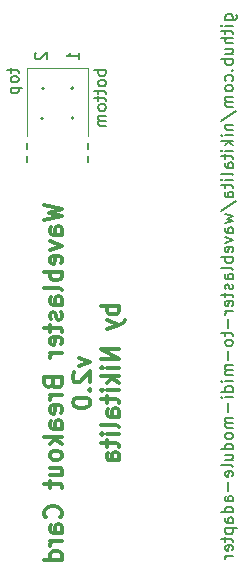
<source format=gbr>
%TF.GenerationSoftware,KiCad,Pcbnew,(6.0.0)*%
%TF.CreationDate,2022-10-07T21:40:30-07:00*%
%TF.ProjectId,waveblaster-to-midi-module,77617665-626c-4617-9374-65722d746f2d,rev?*%
%TF.SameCoordinates,PX525bfc0PY8670810*%
%TF.FileFunction,Legend,Bot*%
%TF.FilePolarity,Positive*%
%FSLAX46Y46*%
G04 Gerber Fmt 4.6, Leading zero omitted, Abs format (unit mm)*
G04 Created by KiCad (PCBNEW (6.0.0)) date 2022-10-07 21:40:30*
%MOMM*%
%LPD*%
G01*
G04 APERTURE LIST*
%ADD10C,0.150000*%
%ADD11C,0.100000*%
%ADD12C,0.300000*%
G04 APERTURE END LIST*
D10*
X159800000Y-80090000D02*
G75*
G03*
X159800000Y-80090000I-90000J0D01*
G01*
X162330000Y-77520000D02*
G75*
G03*
X162330000Y-77520000I-90000J0D01*
G01*
X163540000Y-83240000D02*
X163540000Y-83740000D01*
X159840000Y-77540000D02*
G75*
G03*
X159840000Y-77540000I-90000J0D01*
G01*
X162350000Y-80060000D02*
G75*
G03*
X162350000Y-80060000I-90000J0D01*
G01*
D11*
X158440000Y-75780000D02*
X158440000Y-81590000D01*
X163540000Y-81590000D02*
X163540000Y-75780000D01*
D10*
X158430000Y-82190000D02*
X158430000Y-82690000D01*
X163540000Y-82140000D02*
X163540000Y-82640000D01*
X158430000Y-83290000D02*
X158430000Y-83790000D01*
D11*
X163540000Y-75780000D02*
X158440000Y-75780000D01*
D12*
X159863571Y-87428571D02*
X161363571Y-87785714D01*
X160292142Y-88071428D01*
X161363571Y-88357142D01*
X159863571Y-88714285D01*
X161363571Y-89928571D02*
X160577857Y-89928571D01*
X160435000Y-89857142D01*
X160363571Y-89714285D01*
X160363571Y-89428571D01*
X160435000Y-89285714D01*
X161292142Y-89928571D02*
X161363571Y-89785714D01*
X161363571Y-89428571D01*
X161292142Y-89285714D01*
X161149285Y-89214285D01*
X161006428Y-89214285D01*
X160863571Y-89285714D01*
X160792142Y-89428571D01*
X160792142Y-89785714D01*
X160720714Y-89928571D01*
X160363571Y-90500000D02*
X161363571Y-90857142D01*
X160363571Y-91214285D01*
X161292142Y-92357142D02*
X161363571Y-92214285D01*
X161363571Y-91928571D01*
X161292142Y-91785714D01*
X161149285Y-91714285D01*
X160577857Y-91714285D01*
X160435000Y-91785714D01*
X160363571Y-91928571D01*
X160363571Y-92214285D01*
X160435000Y-92357142D01*
X160577857Y-92428571D01*
X160720714Y-92428571D01*
X160863571Y-91714285D01*
X161363571Y-93071428D02*
X159863571Y-93071428D01*
X160435000Y-93071428D02*
X160363571Y-93214285D01*
X160363571Y-93500000D01*
X160435000Y-93642857D01*
X160506428Y-93714285D01*
X160649285Y-93785714D01*
X161077857Y-93785714D01*
X161220714Y-93714285D01*
X161292142Y-93642857D01*
X161363571Y-93500000D01*
X161363571Y-93214285D01*
X161292142Y-93071428D01*
X161363571Y-94642857D02*
X161292142Y-94500000D01*
X161149285Y-94428571D01*
X159863571Y-94428571D01*
X161363571Y-95857142D02*
X160577857Y-95857142D01*
X160435000Y-95785714D01*
X160363571Y-95642857D01*
X160363571Y-95357142D01*
X160435000Y-95214285D01*
X161292142Y-95857142D02*
X161363571Y-95714285D01*
X161363571Y-95357142D01*
X161292142Y-95214285D01*
X161149285Y-95142857D01*
X161006428Y-95142857D01*
X160863571Y-95214285D01*
X160792142Y-95357142D01*
X160792142Y-95714285D01*
X160720714Y-95857142D01*
X161292142Y-96500000D02*
X161363571Y-96642857D01*
X161363571Y-96928571D01*
X161292142Y-97071428D01*
X161149285Y-97142857D01*
X161077857Y-97142857D01*
X160935000Y-97071428D01*
X160863571Y-96928571D01*
X160863571Y-96714285D01*
X160792142Y-96571428D01*
X160649285Y-96500000D01*
X160577857Y-96500000D01*
X160435000Y-96571428D01*
X160363571Y-96714285D01*
X160363571Y-96928571D01*
X160435000Y-97071428D01*
X160363571Y-97571428D02*
X160363571Y-98142857D01*
X159863571Y-97785714D02*
X161149285Y-97785714D01*
X161292142Y-97857142D01*
X161363571Y-98000000D01*
X161363571Y-98142857D01*
X161292142Y-99214285D02*
X161363571Y-99071428D01*
X161363571Y-98785714D01*
X161292142Y-98642857D01*
X161149285Y-98571428D01*
X160577857Y-98571428D01*
X160435000Y-98642857D01*
X160363571Y-98785714D01*
X160363571Y-99071428D01*
X160435000Y-99214285D01*
X160577857Y-99285714D01*
X160720714Y-99285714D01*
X160863571Y-98571428D01*
X161363571Y-99928571D02*
X160363571Y-99928571D01*
X160649285Y-99928571D02*
X160506428Y-100000000D01*
X160435000Y-100071428D01*
X160363571Y-100214285D01*
X160363571Y-100357142D01*
X160577857Y-102500000D02*
X160649285Y-102714285D01*
X160720714Y-102785714D01*
X160863571Y-102857142D01*
X161077857Y-102857142D01*
X161220714Y-102785714D01*
X161292142Y-102714285D01*
X161363571Y-102571428D01*
X161363571Y-102000000D01*
X159863571Y-102000000D01*
X159863571Y-102500000D01*
X159935000Y-102642857D01*
X160006428Y-102714285D01*
X160149285Y-102785714D01*
X160292142Y-102785714D01*
X160435000Y-102714285D01*
X160506428Y-102642857D01*
X160577857Y-102500000D01*
X160577857Y-102000000D01*
X161363571Y-103500000D02*
X160363571Y-103500000D01*
X160649285Y-103500000D02*
X160506428Y-103571428D01*
X160435000Y-103642857D01*
X160363571Y-103785714D01*
X160363571Y-103928571D01*
X161292142Y-105000000D02*
X161363571Y-104857142D01*
X161363571Y-104571428D01*
X161292142Y-104428571D01*
X161149285Y-104357142D01*
X160577857Y-104357142D01*
X160435000Y-104428571D01*
X160363571Y-104571428D01*
X160363571Y-104857142D01*
X160435000Y-105000000D01*
X160577857Y-105071428D01*
X160720714Y-105071428D01*
X160863571Y-104357142D01*
X161363571Y-106357142D02*
X160577857Y-106357142D01*
X160435000Y-106285714D01*
X160363571Y-106142857D01*
X160363571Y-105857142D01*
X160435000Y-105714285D01*
X161292142Y-106357142D02*
X161363571Y-106214285D01*
X161363571Y-105857142D01*
X161292142Y-105714285D01*
X161149285Y-105642857D01*
X161006428Y-105642857D01*
X160863571Y-105714285D01*
X160792142Y-105857142D01*
X160792142Y-106214285D01*
X160720714Y-106357142D01*
X161363571Y-107071428D02*
X159863571Y-107071428D01*
X160792142Y-107214285D02*
X161363571Y-107642857D01*
X160363571Y-107642857D02*
X160935000Y-107071428D01*
X161363571Y-108500000D02*
X161292142Y-108357142D01*
X161220714Y-108285714D01*
X161077857Y-108214285D01*
X160649285Y-108214285D01*
X160506428Y-108285714D01*
X160435000Y-108357142D01*
X160363571Y-108500000D01*
X160363571Y-108714285D01*
X160435000Y-108857142D01*
X160506428Y-108928571D01*
X160649285Y-109000000D01*
X161077857Y-109000000D01*
X161220714Y-108928571D01*
X161292142Y-108857142D01*
X161363571Y-108714285D01*
X161363571Y-108500000D01*
X160363571Y-110285714D02*
X161363571Y-110285714D01*
X160363571Y-109642857D02*
X161149285Y-109642857D01*
X161292142Y-109714285D01*
X161363571Y-109857142D01*
X161363571Y-110071428D01*
X161292142Y-110214285D01*
X161220714Y-110285714D01*
X160363571Y-110785714D02*
X160363571Y-111357142D01*
X159863571Y-111000000D02*
X161149285Y-111000000D01*
X161292142Y-111071428D01*
X161363571Y-111214285D01*
X161363571Y-111357142D01*
X161220714Y-113857142D02*
X161292142Y-113785714D01*
X161363571Y-113571428D01*
X161363571Y-113428571D01*
X161292142Y-113214285D01*
X161149285Y-113071428D01*
X161006428Y-113000000D01*
X160720714Y-112928571D01*
X160506428Y-112928571D01*
X160220714Y-113000000D01*
X160077857Y-113071428D01*
X159935000Y-113214285D01*
X159863571Y-113428571D01*
X159863571Y-113571428D01*
X159935000Y-113785714D01*
X160006428Y-113857142D01*
X161363571Y-115142857D02*
X160577857Y-115142857D01*
X160435000Y-115071428D01*
X160363571Y-114928571D01*
X160363571Y-114642857D01*
X160435000Y-114500000D01*
X161292142Y-115142857D02*
X161363571Y-115000000D01*
X161363571Y-114642857D01*
X161292142Y-114500000D01*
X161149285Y-114428571D01*
X161006428Y-114428571D01*
X160863571Y-114500000D01*
X160792142Y-114642857D01*
X160792142Y-115000000D01*
X160720714Y-115142857D01*
X161363571Y-115857142D02*
X160363571Y-115857142D01*
X160649285Y-115857142D02*
X160506428Y-115928571D01*
X160435000Y-116000000D01*
X160363571Y-116142857D01*
X160363571Y-116285714D01*
X161363571Y-117428571D02*
X159863571Y-117428571D01*
X161292142Y-117428571D02*
X161363571Y-117285714D01*
X161363571Y-117000000D01*
X161292142Y-116857142D01*
X161220714Y-116785714D01*
X161077857Y-116714285D01*
X160649285Y-116714285D01*
X160506428Y-116785714D01*
X160435000Y-116857142D01*
X160363571Y-117000000D01*
X160363571Y-117285714D01*
X160435000Y-117428571D01*
X162778571Y-100357142D02*
X163778571Y-100714285D01*
X162778571Y-101071428D01*
X162421428Y-101571428D02*
X162350000Y-101642857D01*
X162278571Y-101785714D01*
X162278571Y-102142857D01*
X162350000Y-102285714D01*
X162421428Y-102357142D01*
X162564285Y-102428571D01*
X162707142Y-102428571D01*
X162921428Y-102357142D01*
X163778571Y-101500000D01*
X163778571Y-102428571D01*
X163635714Y-103071428D02*
X163707142Y-103142857D01*
X163778571Y-103071428D01*
X163707142Y-103000000D01*
X163635714Y-103071428D01*
X163778571Y-103071428D01*
X162278571Y-104071428D02*
X162278571Y-104214285D01*
X162350000Y-104357142D01*
X162421428Y-104428571D01*
X162564285Y-104500000D01*
X162850000Y-104571428D01*
X163207142Y-104571428D01*
X163492857Y-104500000D01*
X163635714Y-104428571D01*
X163707142Y-104357142D01*
X163778571Y-104214285D01*
X163778571Y-104071428D01*
X163707142Y-103928571D01*
X163635714Y-103857142D01*
X163492857Y-103785714D01*
X163207142Y-103714285D01*
X162850000Y-103714285D01*
X162564285Y-103785714D01*
X162421428Y-103857142D01*
X162350000Y-103928571D01*
X162278571Y-104071428D01*
X166193571Y-95964285D02*
X164693571Y-95964285D01*
X165265000Y-95964285D02*
X165193571Y-96107142D01*
X165193571Y-96392857D01*
X165265000Y-96535714D01*
X165336428Y-96607142D01*
X165479285Y-96678571D01*
X165907857Y-96678571D01*
X166050714Y-96607142D01*
X166122142Y-96535714D01*
X166193571Y-96392857D01*
X166193571Y-96107142D01*
X166122142Y-95964285D01*
X165193571Y-97178571D02*
X166193571Y-97535714D01*
X165193571Y-97892857D02*
X166193571Y-97535714D01*
X166550714Y-97392857D01*
X166622142Y-97321428D01*
X166693571Y-97178571D01*
X166193571Y-99607142D02*
X164693571Y-99607142D01*
X166193571Y-100464285D01*
X164693571Y-100464285D01*
X166193571Y-101178571D02*
X165193571Y-101178571D01*
X164693571Y-101178571D02*
X164765000Y-101107142D01*
X164836428Y-101178571D01*
X164765000Y-101250000D01*
X164693571Y-101178571D01*
X164836428Y-101178571D01*
X166193571Y-101892857D02*
X164693571Y-101892857D01*
X165622142Y-102035714D02*
X166193571Y-102464285D01*
X165193571Y-102464285D02*
X165765000Y-101892857D01*
X166193571Y-103107142D02*
X165193571Y-103107142D01*
X164693571Y-103107142D02*
X164765000Y-103035714D01*
X164836428Y-103107142D01*
X164765000Y-103178571D01*
X164693571Y-103107142D01*
X164836428Y-103107142D01*
X165193571Y-103607142D02*
X165193571Y-104178571D01*
X164693571Y-103821428D02*
X165979285Y-103821428D01*
X166122142Y-103892857D01*
X166193571Y-104035714D01*
X166193571Y-104178571D01*
X166193571Y-105321428D02*
X165407857Y-105321428D01*
X165265000Y-105250000D01*
X165193571Y-105107142D01*
X165193571Y-104821428D01*
X165265000Y-104678571D01*
X166122142Y-105321428D02*
X166193571Y-105178571D01*
X166193571Y-104821428D01*
X166122142Y-104678571D01*
X165979285Y-104607142D01*
X165836428Y-104607142D01*
X165693571Y-104678571D01*
X165622142Y-104821428D01*
X165622142Y-105178571D01*
X165550714Y-105321428D01*
X166193571Y-106250000D02*
X166122142Y-106107142D01*
X165979285Y-106035714D01*
X164693571Y-106035714D01*
X166193571Y-106821428D02*
X165193571Y-106821428D01*
X164693571Y-106821428D02*
X164765000Y-106750000D01*
X164836428Y-106821428D01*
X164765000Y-106892857D01*
X164693571Y-106821428D01*
X164836428Y-106821428D01*
X165193571Y-107321428D02*
X165193571Y-107892857D01*
X164693571Y-107535714D02*
X165979285Y-107535714D01*
X166122142Y-107607142D01*
X166193571Y-107750000D01*
X166193571Y-107892857D01*
X166193571Y-109035714D02*
X165407857Y-109035714D01*
X165265000Y-108964285D01*
X165193571Y-108821428D01*
X165193571Y-108535714D01*
X165265000Y-108392857D01*
X166122142Y-109035714D02*
X166193571Y-108892857D01*
X166193571Y-108535714D01*
X166122142Y-108392857D01*
X165979285Y-108321428D01*
X165836428Y-108321428D01*
X165693571Y-108392857D01*
X165622142Y-108535714D01*
X165622142Y-108892857D01*
X165550714Y-109035714D01*
D10*
X159177619Y-74504285D02*
X159130000Y-74551904D01*
X159082380Y-74647142D01*
X159082380Y-74885238D01*
X159130000Y-74980476D01*
X159177619Y-75028095D01*
X159272857Y-75075714D01*
X159368095Y-75075714D01*
X159510952Y-75028095D01*
X160082380Y-74456666D01*
X160082380Y-75075714D01*
X157025714Y-75844761D02*
X157025714Y-76225714D01*
X156692380Y-75987619D02*
X157549523Y-75987619D01*
X157644761Y-76035238D01*
X157692380Y-76130476D01*
X157692380Y-76225714D01*
X157692380Y-76701904D02*
X157644761Y-76606666D01*
X157597142Y-76559047D01*
X157501904Y-76511428D01*
X157216190Y-76511428D01*
X157120952Y-76559047D01*
X157073333Y-76606666D01*
X157025714Y-76701904D01*
X157025714Y-76844761D01*
X157073333Y-76940000D01*
X157120952Y-76987619D01*
X157216190Y-77035238D01*
X157501904Y-77035238D01*
X157597142Y-76987619D01*
X157644761Y-76940000D01*
X157692380Y-76844761D01*
X157692380Y-76701904D01*
X157025714Y-77463809D02*
X158025714Y-77463809D01*
X157073333Y-77463809D02*
X157025714Y-77559047D01*
X157025714Y-77749523D01*
X157073333Y-77844761D01*
X157120952Y-77892380D01*
X157216190Y-77940000D01*
X157501904Y-77940000D01*
X157597142Y-77892380D01*
X157644761Y-77844761D01*
X157692380Y-77749523D01*
X157692380Y-77559047D01*
X157644761Y-77463809D01*
X175185714Y-71752380D02*
X175995238Y-71752380D01*
X176090476Y-71704761D01*
X176138095Y-71657142D01*
X176185714Y-71561904D01*
X176185714Y-71419047D01*
X176138095Y-71323809D01*
X175804761Y-71752380D02*
X175852380Y-71657142D01*
X175852380Y-71466666D01*
X175804761Y-71371428D01*
X175757142Y-71323809D01*
X175661904Y-71276190D01*
X175376190Y-71276190D01*
X175280952Y-71323809D01*
X175233333Y-71371428D01*
X175185714Y-71466666D01*
X175185714Y-71657142D01*
X175233333Y-71752380D01*
X175852380Y-72228571D02*
X175185714Y-72228571D01*
X174852380Y-72228571D02*
X174900000Y-72180952D01*
X174947619Y-72228571D01*
X174900000Y-72276190D01*
X174852380Y-72228571D01*
X174947619Y-72228571D01*
X175185714Y-72561904D02*
X175185714Y-72942857D01*
X174852380Y-72704761D02*
X175709523Y-72704761D01*
X175804761Y-72752380D01*
X175852380Y-72847619D01*
X175852380Y-72942857D01*
X175852380Y-73276190D02*
X174852380Y-73276190D01*
X175852380Y-73704761D02*
X175328571Y-73704761D01*
X175233333Y-73657142D01*
X175185714Y-73561904D01*
X175185714Y-73419047D01*
X175233333Y-73323809D01*
X175280952Y-73276190D01*
X175185714Y-74609523D02*
X175852380Y-74609523D01*
X175185714Y-74180952D02*
X175709523Y-74180952D01*
X175804761Y-74228571D01*
X175852380Y-74323809D01*
X175852380Y-74466666D01*
X175804761Y-74561904D01*
X175757142Y-74609523D01*
X175852380Y-75085714D02*
X174852380Y-75085714D01*
X175233333Y-75085714D02*
X175185714Y-75180952D01*
X175185714Y-75371428D01*
X175233333Y-75466666D01*
X175280952Y-75514285D01*
X175376190Y-75561904D01*
X175661904Y-75561904D01*
X175757142Y-75514285D01*
X175804761Y-75466666D01*
X175852380Y-75371428D01*
X175852380Y-75180952D01*
X175804761Y-75085714D01*
X175757142Y-75990476D02*
X175804761Y-76038095D01*
X175852380Y-75990476D01*
X175804761Y-75942857D01*
X175757142Y-75990476D01*
X175852380Y-75990476D01*
X175804761Y-76895238D02*
X175852380Y-76800000D01*
X175852380Y-76609523D01*
X175804761Y-76514285D01*
X175757142Y-76466666D01*
X175661904Y-76419047D01*
X175376190Y-76419047D01*
X175280952Y-76466666D01*
X175233333Y-76514285D01*
X175185714Y-76609523D01*
X175185714Y-76800000D01*
X175233333Y-76895238D01*
X175852380Y-77466666D02*
X175804761Y-77371428D01*
X175757142Y-77323809D01*
X175661904Y-77276190D01*
X175376190Y-77276190D01*
X175280952Y-77323809D01*
X175233333Y-77371428D01*
X175185714Y-77466666D01*
X175185714Y-77609523D01*
X175233333Y-77704761D01*
X175280952Y-77752380D01*
X175376190Y-77800000D01*
X175661904Y-77800000D01*
X175757142Y-77752380D01*
X175804761Y-77704761D01*
X175852380Y-77609523D01*
X175852380Y-77466666D01*
X175852380Y-78228571D02*
X175185714Y-78228571D01*
X175280952Y-78228571D02*
X175233333Y-78276190D01*
X175185714Y-78371428D01*
X175185714Y-78514285D01*
X175233333Y-78609523D01*
X175328571Y-78657142D01*
X175852380Y-78657142D01*
X175328571Y-78657142D02*
X175233333Y-78704761D01*
X175185714Y-78800000D01*
X175185714Y-78942857D01*
X175233333Y-79038095D01*
X175328571Y-79085714D01*
X175852380Y-79085714D01*
X174804761Y-80276190D02*
X176090476Y-79419047D01*
X175185714Y-80609523D02*
X175852380Y-80609523D01*
X175280952Y-80609523D02*
X175233333Y-80657142D01*
X175185714Y-80752380D01*
X175185714Y-80895238D01*
X175233333Y-80990476D01*
X175328571Y-81038095D01*
X175852380Y-81038095D01*
X175852380Y-81514285D02*
X175185714Y-81514285D01*
X174852380Y-81514285D02*
X174900000Y-81466666D01*
X174947619Y-81514285D01*
X174900000Y-81561904D01*
X174852380Y-81514285D01*
X174947619Y-81514285D01*
X175852380Y-81990476D02*
X174852380Y-81990476D01*
X175471428Y-82085714D02*
X175852380Y-82371428D01*
X175185714Y-82371428D02*
X175566666Y-81990476D01*
X175852380Y-82800000D02*
X175185714Y-82800000D01*
X174852380Y-82800000D02*
X174900000Y-82752380D01*
X174947619Y-82800000D01*
X174900000Y-82847619D01*
X174852380Y-82800000D01*
X174947619Y-82800000D01*
X175185714Y-83133333D02*
X175185714Y-83514285D01*
X174852380Y-83276190D02*
X175709523Y-83276190D01*
X175804761Y-83323809D01*
X175852380Y-83419047D01*
X175852380Y-83514285D01*
X175852380Y-84276190D02*
X175328571Y-84276190D01*
X175233333Y-84228571D01*
X175185714Y-84133333D01*
X175185714Y-83942857D01*
X175233333Y-83847619D01*
X175804761Y-84276190D02*
X175852380Y-84180952D01*
X175852380Y-83942857D01*
X175804761Y-83847619D01*
X175709523Y-83800000D01*
X175614285Y-83800000D01*
X175519047Y-83847619D01*
X175471428Y-83942857D01*
X175471428Y-84180952D01*
X175423809Y-84276190D01*
X175852380Y-84895238D02*
X175804761Y-84800000D01*
X175709523Y-84752380D01*
X174852380Y-84752380D01*
X175852380Y-85276190D02*
X175185714Y-85276190D01*
X174852380Y-85276190D02*
X174900000Y-85228571D01*
X174947619Y-85276190D01*
X174900000Y-85323809D01*
X174852380Y-85276190D01*
X174947619Y-85276190D01*
X175185714Y-85609523D02*
X175185714Y-85990476D01*
X174852380Y-85752380D02*
X175709523Y-85752380D01*
X175804761Y-85800000D01*
X175852380Y-85895238D01*
X175852380Y-85990476D01*
X175852380Y-86752380D02*
X175328571Y-86752380D01*
X175233333Y-86704761D01*
X175185714Y-86609523D01*
X175185714Y-86419047D01*
X175233333Y-86323809D01*
X175804761Y-86752380D02*
X175852380Y-86657142D01*
X175852380Y-86419047D01*
X175804761Y-86323809D01*
X175709523Y-86276190D01*
X175614285Y-86276190D01*
X175519047Y-86323809D01*
X175471428Y-86419047D01*
X175471428Y-86657142D01*
X175423809Y-86752380D01*
X174804761Y-87942857D02*
X176090476Y-87085714D01*
X175185714Y-88180952D02*
X175852380Y-88371428D01*
X175376190Y-88561904D01*
X175852380Y-88752380D01*
X175185714Y-88942857D01*
X175852380Y-89752380D02*
X175328571Y-89752380D01*
X175233333Y-89704761D01*
X175185714Y-89609523D01*
X175185714Y-89419047D01*
X175233333Y-89323809D01*
X175804761Y-89752380D02*
X175852380Y-89657142D01*
X175852380Y-89419047D01*
X175804761Y-89323809D01*
X175709523Y-89276190D01*
X175614285Y-89276190D01*
X175519047Y-89323809D01*
X175471428Y-89419047D01*
X175471428Y-89657142D01*
X175423809Y-89752380D01*
X175185714Y-90133333D02*
X175852380Y-90371428D01*
X175185714Y-90609523D01*
X175804761Y-91371428D02*
X175852380Y-91276190D01*
X175852380Y-91085714D01*
X175804761Y-90990476D01*
X175709523Y-90942857D01*
X175328571Y-90942857D01*
X175233333Y-90990476D01*
X175185714Y-91085714D01*
X175185714Y-91276190D01*
X175233333Y-91371428D01*
X175328571Y-91419047D01*
X175423809Y-91419047D01*
X175519047Y-90942857D01*
X175852380Y-91847619D02*
X174852380Y-91847619D01*
X175233333Y-91847619D02*
X175185714Y-91942857D01*
X175185714Y-92133333D01*
X175233333Y-92228571D01*
X175280952Y-92276190D01*
X175376190Y-92323809D01*
X175661904Y-92323809D01*
X175757142Y-92276190D01*
X175804761Y-92228571D01*
X175852380Y-92133333D01*
X175852380Y-91942857D01*
X175804761Y-91847619D01*
X175852380Y-92895238D02*
X175804761Y-92800000D01*
X175709523Y-92752380D01*
X174852380Y-92752380D01*
X175852380Y-93704761D02*
X175328571Y-93704761D01*
X175233333Y-93657142D01*
X175185714Y-93561904D01*
X175185714Y-93371428D01*
X175233333Y-93276190D01*
X175804761Y-93704761D02*
X175852380Y-93609523D01*
X175852380Y-93371428D01*
X175804761Y-93276190D01*
X175709523Y-93228571D01*
X175614285Y-93228571D01*
X175519047Y-93276190D01*
X175471428Y-93371428D01*
X175471428Y-93609523D01*
X175423809Y-93704761D01*
X175804761Y-94133333D02*
X175852380Y-94228571D01*
X175852380Y-94419047D01*
X175804761Y-94514285D01*
X175709523Y-94561904D01*
X175661904Y-94561904D01*
X175566666Y-94514285D01*
X175519047Y-94419047D01*
X175519047Y-94276190D01*
X175471428Y-94180952D01*
X175376190Y-94133333D01*
X175328571Y-94133333D01*
X175233333Y-94180952D01*
X175185714Y-94276190D01*
X175185714Y-94419047D01*
X175233333Y-94514285D01*
X175185714Y-94847619D02*
X175185714Y-95228571D01*
X174852380Y-94990476D02*
X175709523Y-94990476D01*
X175804761Y-95038095D01*
X175852380Y-95133333D01*
X175852380Y-95228571D01*
X175804761Y-95942857D02*
X175852380Y-95847619D01*
X175852380Y-95657142D01*
X175804761Y-95561904D01*
X175709523Y-95514285D01*
X175328571Y-95514285D01*
X175233333Y-95561904D01*
X175185714Y-95657142D01*
X175185714Y-95847619D01*
X175233333Y-95942857D01*
X175328571Y-95990476D01*
X175423809Y-95990476D01*
X175519047Y-95514285D01*
X175852380Y-96419047D02*
X175185714Y-96419047D01*
X175376190Y-96419047D02*
X175280952Y-96466666D01*
X175233333Y-96514285D01*
X175185714Y-96609523D01*
X175185714Y-96704761D01*
X175471428Y-97038095D02*
X175471428Y-97800000D01*
X175185714Y-98133333D02*
X175185714Y-98514285D01*
X174852380Y-98276190D02*
X175709523Y-98276190D01*
X175804761Y-98323809D01*
X175852380Y-98419047D01*
X175852380Y-98514285D01*
X175852380Y-98990476D02*
X175804761Y-98895238D01*
X175757142Y-98847619D01*
X175661904Y-98800000D01*
X175376190Y-98800000D01*
X175280952Y-98847619D01*
X175233333Y-98895238D01*
X175185714Y-98990476D01*
X175185714Y-99133333D01*
X175233333Y-99228571D01*
X175280952Y-99276190D01*
X175376190Y-99323809D01*
X175661904Y-99323809D01*
X175757142Y-99276190D01*
X175804761Y-99228571D01*
X175852380Y-99133333D01*
X175852380Y-98990476D01*
X175471428Y-99752380D02*
X175471428Y-100514285D01*
X175852380Y-100990476D02*
X175185714Y-100990476D01*
X175280952Y-100990476D02*
X175233333Y-101038095D01*
X175185714Y-101133333D01*
X175185714Y-101276190D01*
X175233333Y-101371428D01*
X175328571Y-101419047D01*
X175852380Y-101419047D01*
X175328571Y-101419047D02*
X175233333Y-101466666D01*
X175185714Y-101561904D01*
X175185714Y-101704761D01*
X175233333Y-101800000D01*
X175328571Y-101847619D01*
X175852380Y-101847619D01*
X175852380Y-102323809D02*
X175185714Y-102323809D01*
X174852380Y-102323809D02*
X174900000Y-102276190D01*
X174947619Y-102323809D01*
X174900000Y-102371428D01*
X174852380Y-102323809D01*
X174947619Y-102323809D01*
X175852380Y-103228571D02*
X174852380Y-103228571D01*
X175804761Y-103228571D02*
X175852380Y-103133333D01*
X175852380Y-102942857D01*
X175804761Y-102847619D01*
X175757142Y-102800000D01*
X175661904Y-102752380D01*
X175376190Y-102752380D01*
X175280952Y-102800000D01*
X175233333Y-102847619D01*
X175185714Y-102942857D01*
X175185714Y-103133333D01*
X175233333Y-103228571D01*
X175852380Y-103704761D02*
X175185714Y-103704761D01*
X174852380Y-103704761D02*
X174900000Y-103657142D01*
X174947619Y-103704761D01*
X174900000Y-103752380D01*
X174852380Y-103704761D01*
X174947619Y-103704761D01*
X175471428Y-104180952D02*
X175471428Y-104942857D01*
X175852380Y-105419047D02*
X175185714Y-105419047D01*
X175280952Y-105419047D02*
X175233333Y-105466666D01*
X175185714Y-105561904D01*
X175185714Y-105704761D01*
X175233333Y-105800000D01*
X175328571Y-105847619D01*
X175852380Y-105847619D01*
X175328571Y-105847619D02*
X175233333Y-105895238D01*
X175185714Y-105990476D01*
X175185714Y-106133333D01*
X175233333Y-106228571D01*
X175328571Y-106276190D01*
X175852380Y-106276190D01*
X175852380Y-106895238D02*
X175804761Y-106800000D01*
X175757142Y-106752380D01*
X175661904Y-106704761D01*
X175376190Y-106704761D01*
X175280952Y-106752380D01*
X175233333Y-106800000D01*
X175185714Y-106895238D01*
X175185714Y-107038095D01*
X175233333Y-107133333D01*
X175280952Y-107180952D01*
X175376190Y-107228571D01*
X175661904Y-107228571D01*
X175757142Y-107180952D01*
X175804761Y-107133333D01*
X175852380Y-107038095D01*
X175852380Y-106895238D01*
X175852380Y-108085714D02*
X174852380Y-108085714D01*
X175804761Y-108085714D02*
X175852380Y-107990476D01*
X175852380Y-107800000D01*
X175804761Y-107704761D01*
X175757142Y-107657142D01*
X175661904Y-107609523D01*
X175376190Y-107609523D01*
X175280952Y-107657142D01*
X175233333Y-107704761D01*
X175185714Y-107800000D01*
X175185714Y-107990476D01*
X175233333Y-108085714D01*
X175185714Y-108990476D02*
X175852380Y-108990476D01*
X175185714Y-108561904D02*
X175709523Y-108561904D01*
X175804761Y-108609523D01*
X175852380Y-108704761D01*
X175852380Y-108847619D01*
X175804761Y-108942857D01*
X175757142Y-108990476D01*
X175852380Y-109609523D02*
X175804761Y-109514285D01*
X175709523Y-109466666D01*
X174852380Y-109466666D01*
X175804761Y-110371428D02*
X175852380Y-110276190D01*
X175852380Y-110085714D01*
X175804761Y-109990476D01*
X175709523Y-109942857D01*
X175328571Y-109942857D01*
X175233333Y-109990476D01*
X175185714Y-110085714D01*
X175185714Y-110276190D01*
X175233333Y-110371428D01*
X175328571Y-110419047D01*
X175423809Y-110419047D01*
X175519047Y-109942857D01*
X175471428Y-110847619D02*
X175471428Y-111609523D01*
X175852380Y-112514285D02*
X175328571Y-112514285D01*
X175233333Y-112466666D01*
X175185714Y-112371428D01*
X175185714Y-112180952D01*
X175233333Y-112085714D01*
X175804761Y-112514285D02*
X175852380Y-112419047D01*
X175852380Y-112180952D01*
X175804761Y-112085714D01*
X175709523Y-112038095D01*
X175614285Y-112038095D01*
X175519047Y-112085714D01*
X175471428Y-112180952D01*
X175471428Y-112419047D01*
X175423809Y-112514285D01*
X175852380Y-113419047D02*
X174852380Y-113419047D01*
X175804761Y-113419047D02*
X175852380Y-113323809D01*
X175852380Y-113133333D01*
X175804761Y-113038095D01*
X175757142Y-112990476D01*
X175661904Y-112942857D01*
X175376190Y-112942857D01*
X175280952Y-112990476D01*
X175233333Y-113038095D01*
X175185714Y-113133333D01*
X175185714Y-113323809D01*
X175233333Y-113419047D01*
X175852380Y-114323809D02*
X175328571Y-114323809D01*
X175233333Y-114276190D01*
X175185714Y-114180952D01*
X175185714Y-113990476D01*
X175233333Y-113895238D01*
X175804761Y-114323809D02*
X175852380Y-114228571D01*
X175852380Y-113990476D01*
X175804761Y-113895238D01*
X175709523Y-113847619D01*
X175614285Y-113847619D01*
X175519047Y-113895238D01*
X175471428Y-113990476D01*
X175471428Y-114228571D01*
X175423809Y-114323809D01*
X175185714Y-114800000D02*
X176185714Y-114800000D01*
X175233333Y-114800000D02*
X175185714Y-114895238D01*
X175185714Y-115085714D01*
X175233333Y-115180952D01*
X175280952Y-115228571D01*
X175376190Y-115276190D01*
X175661904Y-115276190D01*
X175757142Y-115228571D01*
X175804761Y-115180952D01*
X175852380Y-115085714D01*
X175852380Y-114895238D01*
X175804761Y-114800000D01*
X175185714Y-115561904D02*
X175185714Y-115942857D01*
X174852380Y-115704761D02*
X175709523Y-115704761D01*
X175804761Y-115752380D01*
X175852380Y-115847619D01*
X175852380Y-115942857D01*
X175804761Y-116657142D02*
X175852380Y-116561904D01*
X175852380Y-116371428D01*
X175804761Y-116276190D01*
X175709523Y-116228571D01*
X175328571Y-116228571D01*
X175233333Y-116276190D01*
X175185714Y-116371428D01*
X175185714Y-116561904D01*
X175233333Y-116657142D01*
X175328571Y-116704761D01*
X175423809Y-116704761D01*
X175519047Y-116228571D01*
X175852380Y-117133333D02*
X175185714Y-117133333D01*
X175376190Y-117133333D02*
X175280952Y-117180952D01*
X175233333Y-117228571D01*
X175185714Y-117323809D01*
X175185714Y-117419047D01*
X165092380Y-75982857D02*
X164092380Y-75982857D01*
X164473333Y-75982857D02*
X164425714Y-76078095D01*
X164425714Y-76268571D01*
X164473333Y-76363809D01*
X164520952Y-76411428D01*
X164616190Y-76459047D01*
X164901904Y-76459047D01*
X164997142Y-76411428D01*
X165044761Y-76363809D01*
X165092380Y-76268571D01*
X165092380Y-76078095D01*
X165044761Y-75982857D01*
X165092380Y-77030476D02*
X165044761Y-76935238D01*
X164997142Y-76887619D01*
X164901904Y-76840000D01*
X164616190Y-76840000D01*
X164520952Y-76887619D01*
X164473333Y-76935238D01*
X164425714Y-77030476D01*
X164425714Y-77173333D01*
X164473333Y-77268571D01*
X164520952Y-77316190D01*
X164616190Y-77363809D01*
X164901904Y-77363809D01*
X164997142Y-77316190D01*
X165044761Y-77268571D01*
X165092380Y-77173333D01*
X165092380Y-77030476D01*
X164425714Y-77649523D02*
X164425714Y-78030476D01*
X164092380Y-77792380D02*
X164949523Y-77792380D01*
X165044761Y-77840000D01*
X165092380Y-77935238D01*
X165092380Y-78030476D01*
X164425714Y-78220952D02*
X164425714Y-78601904D01*
X164092380Y-78363809D02*
X164949523Y-78363809D01*
X165044761Y-78411428D01*
X165092380Y-78506666D01*
X165092380Y-78601904D01*
X165092380Y-79078095D02*
X165044761Y-78982857D01*
X164997142Y-78935238D01*
X164901904Y-78887619D01*
X164616190Y-78887619D01*
X164520952Y-78935238D01*
X164473333Y-78982857D01*
X164425714Y-79078095D01*
X164425714Y-79220952D01*
X164473333Y-79316190D01*
X164520952Y-79363809D01*
X164616190Y-79411428D01*
X164901904Y-79411428D01*
X164997142Y-79363809D01*
X165044761Y-79316190D01*
X165092380Y-79220952D01*
X165092380Y-79078095D01*
X165092380Y-79840000D02*
X164425714Y-79840000D01*
X164520952Y-79840000D02*
X164473333Y-79887619D01*
X164425714Y-79982857D01*
X164425714Y-80125714D01*
X164473333Y-80220952D01*
X164568571Y-80268571D01*
X165092380Y-80268571D01*
X164568571Y-80268571D02*
X164473333Y-80316190D01*
X164425714Y-80411428D01*
X164425714Y-80554285D01*
X164473333Y-80649523D01*
X164568571Y-80697142D01*
X165092380Y-80697142D01*
X162782380Y-75075714D02*
X162782380Y-74504285D01*
X162782380Y-74790000D02*
X161782380Y-74790000D01*
X161925238Y-74694761D01*
X162020476Y-74599523D01*
X162068095Y-74504285D01*
M02*

</source>
